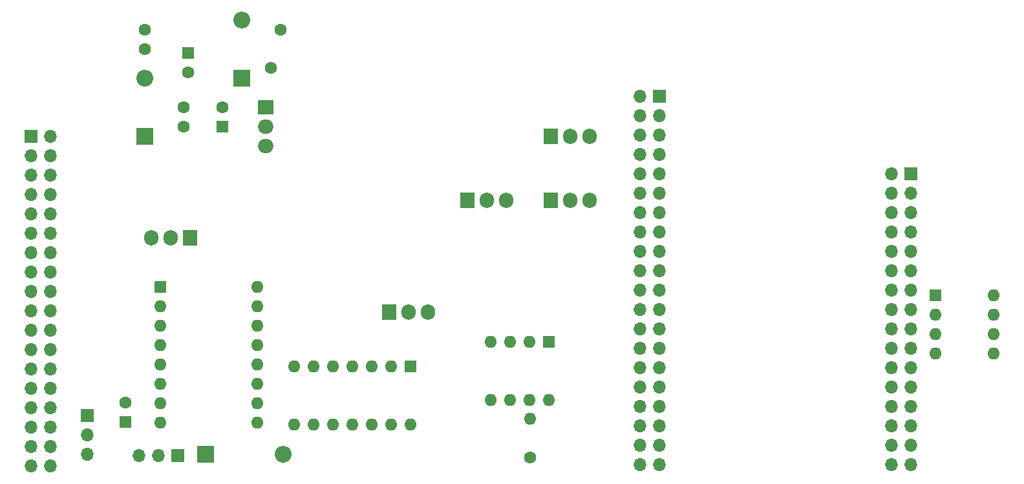
<source format=gbr>
%TF.GenerationSoftware,KiCad,Pcbnew,(6.0.0)*%
%TF.CreationDate,2022-01-12T02:58:20-05:00*%
%TF.ProjectId,klxecu,6b6c7865-6375-42e6-9b69-6361645f7063,rev?*%
%TF.SameCoordinates,Original*%
%TF.FileFunction,Soldermask,Bot*%
%TF.FilePolarity,Negative*%
%FSLAX46Y46*%
G04 Gerber Fmt 4.6, Leading zero omitted, Abs format (unit mm)*
G04 Created by KiCad (PCBNEW (6.0.0)) date 2022-01-12 02:58:20*
%MOMM*%
%LPD*%
G01*
G04 APERTURE LIST*
%ADD10R,1.905000X2.000000*%
%ADD11O,1.905000X2.000000*%
%ADD12R,1.600000X1.600000*%
%ADD13O,1.600000X1.600000*%
%ADD14C,1.600000*%
%ADD15R,1.700000X1.700000*%
%ADD16O,1.700000X1.700000*%
%ADD17R,2.200000X2.200000*%
%ADD18O,2.200000X2.200000*%
%ADD19R,2.000000X1.905000*%
%ADD20O,2.000000X1.905000*%
G04 APERTURE END LIST*
D10*
%TO.C,Q3*%
X77869489Y-59581489D03*
D11*
X80409489Y-59581489D03*
X82949489Y-59581489D03*
%TD*%
D12*
%TO.C,A1*%
X47907489Y-56279489D03*
D13*
X47907489Y-58819489D03*
X47907489Y-61359489D03*
X47907489Y-63899489D03*
X47907489Y-66439489D03*
X47907489Y-68979489D03*
X47907489Y-71519489D03*
X47907489Y-74059489D03*
X60607489Y-74059489D03*
X60607489Y-71519489D03*
X60607489Y-68979489D03*
X60607489Y-66439489D03*
X60607489Y-63899489D03*
X60607489Y-61359489D03*
X60607489Y-58819489D03*
X60607489Y-56279489D03*
%TD*%
D12*
%TO.C,C24*%
X56098000Y-35270000D03*
D14*
X56098000Y-32770000D03*
%TD*%
D15*
%TO.C,J3*%
X146234000Y-41503511D03*
D16*
X143694000Y-41503511D03*
X146234000Y-44043511D03*
X143694000Y-44043511D03*
X146234000Y-46583511D03*
X143694000Y-46583511D03*
X146234000Y-49123511D03*
X143694000Y-49123511D03*
X146234000Y-51663511D03*
X143694000Y-51663511D03*
X146234000Y-54203511D03*
X143694000Y-54203511D03*
X146234000Y-56743511D03*
X143694000Y-56743511D03*
X146234000Y-59283511D03*
X143694000Y-59283511D03*
X146234000Y-61823511D03*
X143694000Y-61823511D03*
X146234000Y-64363511D03*
X143694000Y-64363511D03*
X146234000Y-66903511D03*
X143694000Y-66903511D03*
X146234000Y-69443511D03*
X143694000Y-69443511D03*
X146234000Y-71983511D03*
X143694000Y-71983511D03*
X146234000Y-74523511D03*
X143694000Y-74523511D03*
X146234000Y-77063511D03*
X143694000Y-77063511D03*
X146234000Y-79603511D03*
X143694000Y-79603511D03*
%TD*%
D14*
%TO.C,C23*%
X51018000Y-35270000D03*
X51018000Y-32770000D03*
%TD*%
%TO.C,R33*%
X96393000Y-78642000D03*
D13*
X96393000Y-73562000D03*
%TD*%
D10*
%TO.C,Q2*%
X88138000Y-44958000D03*
D11*
X90678000Y-44958000D03*
X93218000Y-44958000D03*
%TD*%
D12*
%TO.C,C21*%
X51598000Y-25690000D03*
D14*
X51598000Y-28190000D03*
%TD*%
D12*
%TO.C,IC1*%
X149489000Y-57388511D03*
D13*
X149489000Y-59928511D03*
X149489000Y-62468511D03*
X149489000Y-65008511D03*
X157109000Y-65008511D03*
X157109000Y-62468511D03*
X157109000Y-59928511D03*
X157109000Y-57388511D03*
%TD*%
D12*
%TO.C,U4*%
X98796000Y-63510000D03*
D13*
X96256000Y-63510000D03*
X93716000Y-63510000D03*
X91176000Y-63510000D03*
X91176000Y-71130000D03*
X93716000Y-71130000D03*
X96256000Y-71130000D03*
X98796000Y-71130000D03*
%TD*%
D17*
%TO.C,D3*%
X58638000Y-28920000D03*
D18*
X58638000Y-21300000D03*
%TD*%
D17*
%TO.C,D4*%
X45938000Y-36540000D03*
D18*
X45938000Y-28920000D03*
%TD*%
D14*
%TO.C,C22*%
X45938000Y-22610000D03*
X45938000Y-25110000D03*
%TD*%
D10*
%TO.C,Q5*%
X99060000Y-36576000D03*
D11*
X101600000Y-36576000D03*
X104140000Y-36576000D03*
%TD*%
D10*
%TO.C,Q1*%
X51816000Y-49855000D03*
D11*
X49276000Y-49855000D03*
X46736000Y-49855000D03*
%TD*%
D15*
%TO.C,JP2*%
X50183489Y-78377489D03*
D16*
X47643489Y-78377489D03*
X45103489Y-78377489D03*
%TD*%
D17*
%TO.C,D1*%
X53848000Y-78232000D03*
D18*
X64008000Y-78232000D03*
%TD*%
D15*
%TO.C,JP1*%
X38354000Y-73167000D03*
D16*
X38354000Y-75707000D03*
X38354000Y-78247000D03*
%TD*%
D19*
%TO.C,U6*%
X61758000Y-32730000D03*
D20*
X61758000Y-35270000D03*
X61758000Y-37810000D03*
%TD*%
D12*
%TO.C,C19*%
X43325489Y-73994602D03*
D14*
X43325489Y-71494602D03*
%TD*%
D15*
%TO.C,J1*%
X113284000Y-31343511D03*
D16*
X110744000Y-31343511D03*
X113284000Y-33883511D03*
X110744000Y-33883511D03*
X113284000Y-36423511D03*
X110744000Y-36423511D03*
X113284000Y-38963511D03*
X110744000Y-38963511D03*
X113284000Y-41503511D03*
X110744000Y-41503511D03*
X113284000Y-44043511D03*
X110744000Y-44043511D03*
X113284000Y-46583511D03*
X110744000Y-46583511D03*
X113284000Y-49123511D03*
X110744000Y-49123511D03*
X113284000Y-51663511D03*
X110744000Y-51663511D03*
X113284000Y-54203511D03*
X110744000Y-54203511D03*
X113284000Y-56743511D03*
X110744000Y-56743511D03*
X113284000Y-59283511D03*
X110744000Y-59283511D03*
X113284000Y-61823511D03*
X110744000Y-61823511D03*
X113284000Y-64363511D03*
X110744000Y-64363511D03*
X113284000Y-66903511D03*
X110744000Y-66903511D03*
X113284000Y-69443511D03*
X110744000Y-69443511D03*
X113284000Y-71983511D03*
X110744000Y-71983511D03*
X113284000Y-74523511D03*
X110744000Y-74523511D03*
X113284000Y-77063511D03*
X110744000Y-77063511D03*
X113284000Y-79603511D03*
X110744000Y-79603511D03*
%TD*%
D15*
%TO.C,J2*%
X30983000Y-36591000D03*
D16*
X30983000Y-39131000D03*
X30983000Y-41671000D03*
X30983000Y-44211000D03*
X30983000Y-46751000D03*
X30983000Y-49291000D03*
X30983000Y-51831000D03*
X30983000Y-54371000D03*
X30983000Y-56911000D03*
X30983000Y-59451000D03*
X30983000Y-61991000D03*
X30983000Y-64531000D03*
X30983000Y-67071000D03*
X30983000Y-69611000D03*
X30983000Y-72151000D03*
X30983000Y-74691000D03*
X30983000Y-77231000D03*
X30983000Y-79771000D03*
X33523000Y-36591000D03*
X33523000Y-39131000D03*
X33523000Y-41671000D03*
X33523000Y-44211000D03*
X33523000Y-46751000D03*
X33523000Y-49291000D03*
X33523000Y-51831000D03*
X33523000Y-54371000D03*
X33523000Y-56911000D03*
X33523000Y-59451000D03*
X33523000Y-61991000D03*
X33523000Y-64531000D03*
X33523000Y-67071000D03*
X33523000Y-69611000D03*
X33523000Y-72151000D03*
X33523000Y-74691000D03*
X33523000Y-77231000D03*
X33523000Y-79771000D03*
%TD*%
D12*
%TO.C,U2*%
X80663489Y-66693489D03*
D13*
X78123489Y-66693489D03*
X75583489Y-66693489D03*
X73043489Y-66693489D03*
X70503489Y-66693489D03*
X67963489Y-66693489D03*
X65423489Y-66693489D03*
X65423489Y-74313489D03*
X67963489Y-74313489D03*
X70503489Y-74313489D03*
X73043489Y-74313489D03*
X75583489Y-74313489D03*
X78123489Y-74313489D03*
X80663489Y-74313489D03*
%TD*%
D10*
%TO.C,Q4*%
X99060000Y-44958000D03*
D11*
X101600000Y-44958000D03*
X104140000Y-44958000D03*
%TD*%
D14*
%TO.C,U5*%
X63718000Y-22570000D03*
X62418000Y-27570000D03*
%TD*%
M02*

</source>
